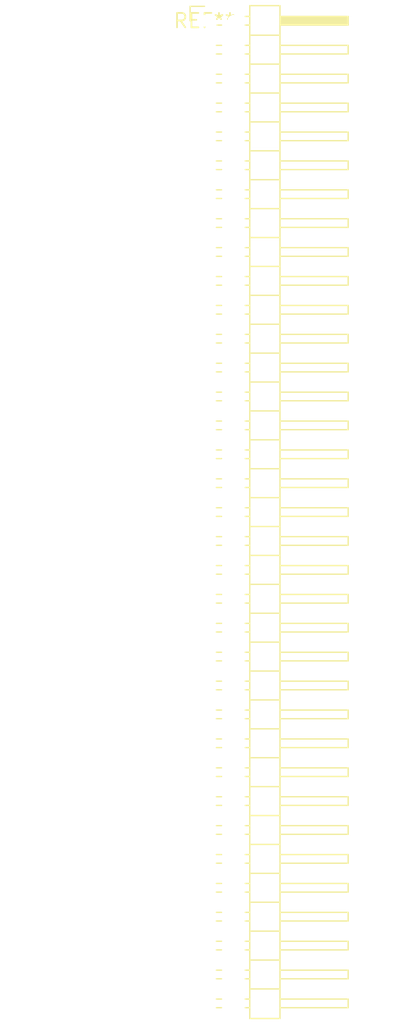
<source format=kicad_pcb>
(kicad_pcb (version 20240108) (generator pcbnew)
  (layers (0 "F.Cu" signal) (31 "B.Cu" signal) (34 "B.Paste" user) (35 "F.Paste" user) (36 "B.SilkS" user "B.Silkscreen") (37 "F.SilkS" user "F.Silkscreen") (38 "B.Mask" user) (39 "F.Mask" user) (44 "Edge.Cuts" user))
  (net 0 "")
  (footprint "PinHeader_2x35_P2.54mm_Horizontal" (layer "F.Cu") (at 0 0)
    (property "Reference" "REF**")
    (property "Value" "PinHeader_2x35_P2.54mm_Horizontal")
    (fp_line (start -1.27 -1.27) (end 0 -1.27) (layer "F.SilkS") (stroke (width 0.12)))
    (fp_line (start -1.27 0) (end -1.27 -1.27) (layer "F.SilkS") (stroke (width 0.12)))
    (fp_line (start 1.042929 2.16) (end 1.497071 2.16) (layer "F.SilkS") (stroke (width 0.12)))
    (fp_line (start 1.042929 2.92) (end 1.497071 2.92) (layer "F.SilkS") (stroke (width 0.12)))
    (fp_line (start 1.042929 4.7) (end 1.497071 4.7) (layer "F.SilkS") (stroke (width 0.12)))
    (fp_line (start 1.042929 5.46) (end 1.497071 5.46) (layer "F.SilkS") (stroke (width 0.12)))
    (fp_line (start 1.042929 7.24) (end 1.497071 7.24) (layer "F.SilkS") (stroke (width 0.12)))
    (fp_line (start 1.042929 8) (end 1.497071 8) (layer "F.SilkS") (stroke (width 0.12)))
    (fp_line (start 1.042929 9.78) (end 1.497071 9.78) (layer "F.SilkS") (stroke (width 0.12)))
    (fp_line (start 1.042929 10.54) (end 1.497071 10.54) (layer "F.SilkS") (stroke (width 0.12)))
    (fp_line (start 1.042929 12.32) (end 1.497071 12.32) (layer "F.SilkS") (stroke (width 0.12)))
    (fp_line (start 1.042929 13.08) (end 1.497071 13.08) (layer "F.SilkS") (stroke (width 0.12)))
    (fp_line (start 1.042929 14.86) (end 1.497071 14.86) (layer "F.SilkS") (stroke (width 0.12)))
    (fp_line (start 1.042929 15.62) (end 1.497071 15.62) (layer "F.SilkS") (stroke (width 0.12)))
    (fp_line (start 1.042929 17.4) (end 1.497071 17.4) (layer "F.SilkS") (stroke (width 0.12)))
    (fp_line (start 1.042929 18.16) (end 1.497071 18.16) (layer "F.SilkS") (stroke (width 0.12)))
    (fp_line (start 1.042929 19.94) (end 1.497071 19.94) (layer "F.SilkS") (stroke (width 0.12)))
    (fp_line (start 1.042929 20.7) (end 1.497071 20.7) (layer "F.SilkS") (stroke (width 0.12)))
    (fp_line (start 1.042929 22.48) (end 1.497071 22.48) (layer "F.SilkS") (stroke (width 0.12)))
    (fp_line (start 1.042929 23.24) (end 1.497071 23.24) (layer "F.SilkS") (stroke (width 0.12)))
    (fp_line (start 1.042929 25.02) (end 1.497071 25.02) (layer "F.SilkS") (stroke (width 0.12)))
    (fp_line (start 1.042929 25.78) (end 1.497071 25.78) (layer "F.SilkS") (stroke (width 0.12)))
    (fp_line (start 1.042929 27.56) (end 1.497071 27.56) (layer "F.SilkS") (stroke (width 0.12)))
    (fp_line (start 1.042929 28.32) (end 1.497071 28.32) (layer "F.SilkS") (stroke (width 0.12)))
    (fp_line (start 1.042929 30.1) (end 1.497071 30.1) (layer "F.SilkS") (stroke (width 0.12)))
    (fp_line (start 1.042929 30.86) (end 1.497071 30.86) (layer "F.SilkS") (stroke (width 0.12)))
    (fp_line (start 1.042929 32.64) (end 1.497071 32.64) (layer "F.SilkS") (stroke (width 0.12)))
    (fp_line (start 1.042929 33.4) (end 1.497071 33.4) (layer "F.SilkS") (stroke (width 0.12)))
    (fp_line (start 1.042929 35.18) (end 1.497071 35.18) (layer "F.SilkS") (stroke (width 0.12)))
    (fp_line (start 1.042929 35.94) (end 1.497071 35.94) (layer "F.SilkS") (stroke (width 0.12)))
    (fp_line (start 1.042929 37.72) (end 1.497071 37.72) (layer "F.SilkS") (stroke (width 0.12)))
    (fp_line (start 1.042929 38.48) (end 1.497071 38.48) (layer "F.SilkS") (stroke (width 0.12)))
    (fp_line (start 1.042929 40.26) (end 1.497071 40.26) (layer "F.SilkS") (stroke (width 0.12)))
    (fp_line (start 1.042929 41.02) (end 1.497071 41.02) (layer "F.SilkS") (stroke (width 0.12)))
    (fp_line (start 1.042929 42.8) (end 1.497071 42.8) (layer "F.SilkS") (stroke (width 0.12)))
    (fp_line (start 1.042929 43.56) (end 1.497071 43.56) (layer "F.SilkS") (stroke (width 0.12)))
    (fp_line (start 1.042929 45.34) (end 1.497071 45.34) (layer "F.SilkS") (stroke (width 0.12)))
    (fp_line (start 1.042929 46.1) (end 1.497071 46.1) (layer "F.SilkS") (stroke (width 0.12)))
    (fp_line (start 1.042929 47.88) (end 1.497071 47.88) (layer "F.SilkS") (stroke (width 0.12)))
    (fp_line (start 1.042929 48.64) (end 1.497071 48.64) (layer "F.SilkS") (stroke (width 0.12)))
    (fp_line (start 1.042929 50.42) (end 1.497071 50.42) (layer "F.SilkS") (stroke (width 0.12)))
    (fp_line (start 1.042929 51.18) (end 1.497071 51.18) (layer "F.SilkS") (stroke (width 0.12)))
    (fp_line (start 1.042929 52.96) (end 1.497071 52.96) (layer "F.SilkS") (stroke (width 0.12)))
    (fp_line (start 1.042929 53.72) (end 1.497071 53.72) (layer "F.SilkS") (stroke (width 0.12)))
    (fp_line (start 1.042929 55.5) (end 1.497071 55.5) (layer "F.SilkS") (stroke (width 0.12)))
    (fp_line (start 1.042929 56.26) (end 1.497071 56.26) (layer "F.SilkS") (stroke (width 0.12)))
    (fp_line (start 1.042929 58.04) (end 1.497071 58.04) (layer "F.SilkS") (stroke (width 0.12)))
    (fp_line (start 1.042929 58.8) (end 1.497071 58.8) (layer "F.SilkS") (stroke (width 0.12)))
    (fp_line (start 1.042929 60.58) (end 1.497071 60.58) (layer "F.SilkS") (stroke (width 0.12)))
    (fp_line (start 1.042929 61.34) (end 1.497071 61.34) (layer "F.SilkS") (stroke (width 0.12)))
    (fp_line (start 1.042929 63.12) (end 1.497071 63.12) (layer "F.SilkS") (stroke (width 0.12)))
    (fp_line (start 1.042929 63.88) (end 1.497071 63.88) (layer "F.SilkS") (stroke (width 0.12)))
    (fp_line (start 1.042929 65.66) (end 1.497071 65.66) (layer "F.SilkS") (stroke (width 0.12)))
    (fp_line (start 1.042929 66.42) (end 1.497071 66.42) (layer "F.SilkS") (stroke (width 0.12)))
    (fp_line (start 1.042929 68.2) (end 1.497071 68.2) (layer "F.SilkS") (stroke (width 0.12)))
    (fp_line (start 1.042929 68.96) (end 1.497071 68.96) (layer "F.SilkS") (stroke (width 0.12)))
    (fp_line (start 1.042929 70.74) (end 1.497071 70.74) (layer "F.SilkS") (stroke (width 0.12)))
    (fp_line (start 1.042929 71.5) (end 1.497071 71.5) (layer "F.SilkS") (stroke (width 0.12)))
    (fp_line (start 1.042929 73.28) (end 1.497071 73.28) (layer "F.SilkS") (stroke (width 0.12)))
    (fp_line (start 1.042929 74.04) (end 1.497071 74.04) (layer "F.SilkS") (stroke (width 0.12)))
    (fp_line (start 1.042929 75.82) (end 1.497071 75.82) (layer "F.SilkS") (stroke (width 0.12)))
    (fp_line (start 1.042929 76.58) (end 1.497071 76.58) (layer "F.SilkS") (stroke (width 0.12)))
    (fp_line (start 1.042929 78.36) (end 1.497071 78.36) (layer "F.SilkS") (stroke (width 0.12)))
    (fp_line (start 1.042929 79.12) (end 1.497071 79.12) (layer "F.SilkS") (stroke (width 0.12)))
    (fp_line (start 1.042929 80.9) (end 1.497071 80.9) (layer "F.SilkS") (stroke (width 0.12)))
    (fp_line (start 1.042929 81.66) (end 1.497071 81.66) (layer "F.SilkS") (stroke (width 0.12)))
    (fp_line (start 1.042929 83.44) (end 1.497071 83.44) (layer "F.SilkS") (stroke (width 0.12)))
    (fp_line (start 1.042929 84.2) (end 1.497071 84.2) (layer "F.SilkS") (stroke (width 0.12)))
    (fp_line (start 1.042929 85.98) (end 1.497071 85.98) (layer "F.SilkS") (stroke (width 0.12)))
    (fp_line (start 1.042929 86.74) (end 1.497071 86.74) (layer "F.SilkS") (stroke (width 0.12)))
    (fp_line (start 1.11 -0.38) (end 1.497071 -0.38) (layer "F.SilkS") (stroke (width 0.12)))
    (fp_line (start 1.11 0.38) (end 1.497071 0.38) (layer "F.SilkS") (stroke (width 0.12)))
    (fp_line (start 3.582929 -0.38) (end 3.98 -0.38) (layer "F.SilkS") (stroke (width 0.12)))
    (fp_line (start 3.582929 0.38) (end 3.98 0.38) (layer "F.SilkS") (stroke (width 0.12)))
    (fp_line (start 3.582929 2.16) (end 3.98 2.16) (layer "F.SilkS") (stroke (width 0.12)))
    (fp_line (start 3.582929 2.92) (end 3.98 2.92) (layer "F.SilkS") (stroke (width 0.12)))
    (fp_line (start 3.582929 4.7) (end 3.98 4.7) (layer "F.SilkS") (stroke (width 0.12)))
    (fp_line (start 3.582929 5.46) (end 3.98 5.46) (layer "F.SilkS") (stroke (width 0.12)))
    (fp_line (start 3.582929 7.24) (end 3.98 7.24) (layer "F.SilkS") (stroke (width 0.12)))
    (fp_line (start 3.582929 8) (end 3.98 8) (layer "F.SilkS") (stroke (width 0.12)))
    (fp_line (start 3.582929 9.78) (end 3.98 9.78) (layer "F.SilkS") (stroke (width 0.12)))
    (fp_line (start 3.582929 10.54) (end 3.98 10.54) (layer "F.SilkS") (stroke (width 0.12)))
    (fp_line (start 3.582929 12.32) (end 3.98 12.32) (layer "F.SilkS") (stroke (width 0.12)))
    (fp_line (start 3.582929 13.08) (end 3.98 13.08) (layer "F.SilkS") (stroke (width 0.12)))
    (fp_line (start 3.582929 14.86) (end 3.98 14.86) (layer "F.SilkS") (stroke (width 0.12)))
    (fp_line (start 3.582929 15.62) (end 3.98 15.62) (layer "F.SilkS") (stroke (width 0.12)))
    (fp_line (start 3.582929 17.4) (end 3.98 17.4) (layer "F.SilkS") (stroke (width 0.12)))
    (fp_line (start 3.582929 18.16) (end 3.98 18.16) (layer "F.SilkS") (stroke (width 0.12)))
    (fp_line (start 3.582929 19.94) (end 3.98 19.94) (layer "F.SilkS") (stroke (width 0.12)))
    (fp_line (start 3.582929 20.7) (end 3.98 20.7) (layer "F.SilkS") (stroke (width 0.12)))
    (fp_line (start 3.582929 22.48) (end 3.98 22.48) (layer "F.SilkS") (stroke (width 0.12)))
    (fp_line (start 3.582929 23.24) (end 3.98 23.24) (layer "F.SilkS") (stroke (width 0.12)))
    (fp_line (start 3.582929 25.02) (end 3.98 25.02) (layer "F.SilkS") (stroke (width 0.12)))
    (fp_line (start 3.582929 25.78) (end 3.98 25.78) (layer "F.SilkS") (stroke (width 0.12)))
    (fp_line (start 3.582929 27.56) (end 3.98 27.56) (layer "F.SilkS") (stroke (width 0.12)))
    (fp_line (start 3.582929 28.32) (end 3.98 28.32) (layer "F.SilkS") (stroke (width 0.12)))
    (fp_line (start 3.582929 30.1) (end 3.98 30.1) (layer "F.SilkS") (stroke (width 0.12)))
    (fp_line (start 3.582929 30.86) (end 3.98 30.86) (layer "F.SilkS") (stroke (width 0.12)))
    (fp_line (start 3.582929 32.64) (end 3.98 32.64) (layer "F.SilkS") (stroke (width 0.12)))
    (fp_line (start 3.582929 33.4) (end 3.98 33.4) (layer "F.SilkS") (stroke (width 0.12)))
    (fp_line (start 3.582929 35.18) (end 3.98 35.18) (layer "F.SilkS") (stroke (width 0.12)))
    (fp_line (start 3.582929 35.94) (end 3.98 35.94) (layer "F.SilkS") (stroke (width 0.12)))
    (fp_line (start 3.582929 37.72) (end 3.98 37.72) (layer "F.SilkS") (stroke (width 0.12)))
    (fp_line (start 3.582929 38.48) (end 3.98 38.48) (layer "F.SilkS") (stroke (width 0.12)))
    (fp_line (start 3.582929 40.26) (end 3.98 40.26) (layer "F.SilkS") (stroke (width 0.12)))
    (fp_line (start 3.582929 41.02) (end 3.98 41.02) (layer "F.SilkS") (stroke (width 0.12)))
    (fp_line (start 3.582929 42.8) (end 3.98 42.8) (layer "F.SilkS") (stroke (width 0.12)))
    (fp_line (start 3.582929 43.56) (end 3.98 43.56) (layer "F.SilkS") (stroke (width 0.12)))
    (fp_line (start 3.582929 45.34) (end 3.98 45.34) (layer "F.SilkS") (stroke (width 0.12)))
    (fp_line (start 3.582929 46.1) (end 3.98 46.1) (layer "F.SilkS") (stroke (width 0.12)))
    (fp_line (start 3.582929 47.88) (end 3.98 47.88) (layer "F.SilkS") (stroke (width 0.12)))
    (fp_line (start 3.582929 48.64) (end 3.98 48.64) (layer "F.SilkS") (stroke (width 0.12)))
    (fp_line (start 3.582929 50.42) (end 3.98 50.42) (layer "F.SilkS") (stroke (width 0.12)))
    (fp_line (start 3.582929 51.18) (end 3.98 51.18) (layer "F.SilkS") (stroke (width 0.12)))
    (fp_line (start 3.582929 52.96) (end 3.98 52.96) (layer "F.SilkS") (stroke (width 0.12)))
    (fp_line (start 3.582929 53.72) (end 3.98 53.72) (layer "F.SilkS") (stroke (width 0.12)))
    (fp_line (start 3.582929 55.5) (end 3.98 55.5) (layer "F.SilkS") (stroke (width 0.12)))
    (fp_line (start 3.582929 56.26) (end 3.98 56.26) (layer "F.SilkS") (stroke (width 0.12)))
    (fp_line (start 3.582929 58.04) (end 3.98 58.04) (layer "F.SilkS") (stroke (width 0.12)))
    (fp_line (start 3.582929 58.8) (end 3.98 58.8) (layer "F.SilkS") (stroke (width 0.12)))
    (fp_line (start 3.582929 60.58) (end 3.98 60.58) (layer "F.SilkS") (stroke (width 0.12)))
    (fp_line (start 3.582929 61.34) (end 3.98 61.34) (layer "F.SilkS") (stroke (width 0.12)))
    (fp_line (start 3.582929 63.12) (end 3.98 63.12) (layer "F.SilkS") (stroke (width 0.12)))
    (fp_line (start 3.582929 63.88) (end 3.98 63.88) (layer "F.SilkS") (stroke (width 0.12)))
    (fp_line (start 3.582929 65.66) (end 3.98 65.66) (layer "F.SilkS") (stroke (width 0.12)))
    (fp_line (start 3.582929 66.42) (end 3.98 66.42) (layer "F.SilkS") (stroke (width 0.12)))
    (fp_line (start 3.582929 68.2) (end 3.98 68.2) (layer "F.SilkS") (stroke (width 0.12)))
    (fp_line (start 3.582929 68.96) (end 3.98 68.96) (layer "F.SilkS") (stroke (width 0.12)))
    (fp_line (start 3.582929 70.74) (end 3.98 70.74) (layer "F.SilkS") (stroke (width 0.12)))
    (fp_line (start 3.582929 71.5) (end 3.98 71.5) (layer "F.SilkS") (stroke (width 0.12)))
    (fp_line (start 3.582929 73.28) (end 3.98 73.28) (layer "F.SilkS") (stroke (width 0.12)))
    (fp_line (start 3.582929 74.04) (end 3.98 74.04) (layer "F.SilkS") (stroke (width 0.12)))
    (fp_line (start 3.582929 75.82) (end 3.98 75.82) (layer "F.SilkS") (stroke (width 0.12)))
    (fp_line (start 3.582929 76.58) (end 3.98 76.58) (layer "F.SilkS") (stroke (width 0.12)))
    (fp_line (start 3.582929 78.36) (end 3.98 78.36) (layer "F.SilkS") (stroke (width 0.12)))
    (fp_line (start 3.582929 79.12) (end 3.98 79.12) (layer "F.SilkS") (stroke (width 0.12)))
    (fp_line (start 3.582929 80.9) (end 3.98 80.9) (layer "F.SilkS") (stroke (width 0.12)))
    (fp_line (start 3.582929 81.66) (end 3.98 81.66) (layer "F.SilkS") (stroke (width 0.12)))
    (fp_line (start 3.582929 83.44) (end 3.98 83.44) (layer "F.SilkS") (stroke (width 0.12)))
    (fp_line (start 3.582929 84.2) (end 3.98 84.2) (layer "F.SilkS") (stroke (width 0.12)))
    (fp_line (start 3.582929 85.98) (end 3.98 85.98) (layer "F.SilkS") (stroke (width 0.12)))
    (fp_line (start 3.582929 86.74) (end 3.98 86.74) (layer "F.SilkS") (stroke (width 0.12)))
    (fp_line (start 3.98 -1.33) (end 3.98 87.69) (layer "F.SilkS") (stroke (width 0.12)))
    (fp_line (start 3.98 1.27) (end 6.64 1.27) (layer "F.SilkS") (stroke (width 0.12)))
    (fp_line (start 3.98 3.81) (end 6.64 3.81) (layer "F.SilkS") (stroke (width 0.12)))
    (fp_line (start 3.98 6.35) (end 6.64 6.35) (layer "F.SilkS") (stroke (width 0.12)))
    (fp_line (start 3.98 8.89) (end 6.64 8.89) (layer "F.SilkS") (stroke (width 0.12)))
    (fp_line (start 3.98 11.43) (end 6.64 11.43) (layer "F.SilkS") (stroke (width 0.12)))
    (fp_line (start 3.98 13.97) (end 6.64 13.97) (layer "F.SilkS") (stroke (width 0.12)))
    (fp_line (start 3.98 16.51) (end 6.64 16.51) (layer "F.SilkS") (stroke (width 0.12)))
    (fp_line (start 3.98 19.05) (end 6.64 19.05) (layer "F.SilkS") (stroke (width 0.12)))
    (fp_line (start 3.98 21.59) (end 6.64 21.59) (layer "F.SilkS") (stroke (width 0.12)))
    (fp_line (start 3.98 24.13) (end 6.64 24.13) (layer "F.SilkS") (stroke (width 0.12)))
    (fp_line (start 3.98 26.67) (end 6.64 26.67) (layer "F.SilkS") (stroke (width 0.12)))
    (fp_line (start 3.98 29.21) (end 6.64 29.21) (layer "F.SilkS") (stroke (width 0.12)))
    (fp_line (start 3.98 31.75) (end 6.64 31.75) (layer "F.SilkS") (stroke (width 0.12)))
    (fp_line (start 3.98 34.29) (end 6.64 34.29) (layer "F.SilkS") (stroke (width 0.12)))
    (fp_line (start 3.98 36.83) (end 6.64 36.83) (layer "F.SilkS") (stroke (width 0.12)))
    (fp_line (start 3.98 39.37) (end 6.64 39.37) (layer "F.SilkS") (stroke (width 0.12)))
    (fp_line (start 3.98 41.91) (end 6.64 41.91) (layer "F.SilkS") (stroke (width 0.12)))
    (fp_line (start 3.98 44.45) (end 6.64 44.45) (layer "F.SilkS") (stroke (width 0.12)))
    (fp_line (start 3.98 46.99) (end 6.64 46.99) (layer "F.SilkS") (stroke (width 0.12)))
    (fp_line (start 3.98 49.53) (end 6.64 49.53) (layer "F.SilkS") (stroke (width 0.12)))
    (fp_line (start 3.98 52.07) (end 6.64 52.07) (layer "F.SilkS") (stroke (width 0.12)))
    (fp_line (start 3.98 54.61) (end 6.64 54.61) (layer "F.SilkS") (stroke (width 0.12)))
    (fp_line (start 3.98 57.15) (end 6.64 57.15) (layer "F.SilkS") (stroke (width 0.12)))
    (fp_line (start 3.98 59.69) (end 6.64 59.69) (layer "F.SilkS") (stroke (width 0.12)))
    (fp_line (start 3.98 62.23) (end 6.64 62.23) (layer "F.SilkS") (stroke (width 0.12)))
    (fp_line (start 3.98 64.77) (end 6.64 64.77) (layer "F.SilkS") (stroke (width 0.12)))
    (fp_line (start 3.98 67.31) (end 6.64 67.31) (layer "F.SilkS") (stroke (width 0.12)))
    (fp_line (start 3.98 69.85) (end 6.64 69.85) (layer "F.SilkS") (stroke (width 0.12)))
    (fp_line (start 3.98 72.39) (end 6.64 72.39) (layer "F.SilkS") (stroke (width 0.12)))
    (fp_line (start 3.98 74.93) (end 6.64 74.93) (layer "F.SilkS") (stroke (width 0.12)))
    (fp_line (start 3.98 77.47) (end 6.64 77.47) (layer "F.SilkS") (stroke (width 0.12)))
    (fp_line (start 3.98 80.01) (end 6.64 80.01) (layer "F.SilkS") (stroke (width 0.12)))
    (fp_line (start 3.98 82.55) (end 6.64 82.55) (layer "F.SilkS") (stroke (width 0.12)))
    (fp_line (start 3.98 85.09) (end 6.64 85.09) (layer "F.SilkS") (stroke (width 0.12)))
    (fp_line (start 3.98 87.69) (end 6.64 87.69) (layer "F.SilkS") (stroke (width 0.12)))
    (fp_line (start 6.64 -1.33) (end 3.98 -1.33) (layer "F.SilkS") (stroke (width 0.12)))
    (fp_line (start 6.64 -0.38) (end 12.64 -0.38) (layer "F.SilkS") (stroke (width 0.12)))
    (fp_line (start 6.64 -0.32) (end 12.64 -0.32) (layer "F.SilkS") (stroke (width 0.12)))
    (fp_line (start 6.64 -0.2) (end 12.64 -0.2) (layer "F.SilkS") (stroke (width 0.12)))
    (fp_line (start 6.64 -0.08) (end 12.64 -0.08) (layer "F.SilkS") (stroke (width 0.12)))
    (fp_line (start 6.64 0.04) (end 12.64 0.04) (layer "F.SilkS") (stroke (width 0.12)))
    (fp_line (start 6.64 0.16) (end 12.64 0.16) (layer "F.SilkS") (stroke (width 0.12)))
    (fp_line (start 6.64 0.28) (end 12.64 0.28) (layer "F.SilkS") (stroke (width 0.12)))
    (fp_line (start 6.64 2.16) (end 12.64 2.16) (layer "F.SilkS") (stroke (width 0.12)))
    (fp_line (start 6.64 4.7) (end 12.64 4.7) (layer "F.SilkS") (stroke (width 0.12)))
    (fp_line (start 6.64 7.24) (end 12.64 7.24) (layer "F.SilkS") (stroke (width 0.12)))
    (fp_line (start 6.64 9.78) (end 12.64 9.78) (layer "F.SilkS") (stroke (width 0.12)))
    (fp_line (start 6.64 12.32) (end 12.64 12.32) (layer "F.SilkS") (stroke (width 0.12)))
    (fp_line (start 6.64 14.86) (end 12.64 14.86) (layer "F.SilkS") (stroke (width 0.12)))
    (fp_line (start 6.64 17.4) (end 12.64 17.4) (layer "F.SilkS") (stroke (width 0.12)))
    (fp_line (start 6.64 19.94) (end 12.64 19.94) (layer "F.SilkS") (stroke (width 0.12)))
    (fp_line (start 6.64 22.48) (end 12.64 22.48) (layer "F.SilkS") (stroke (width 0.12)))
    (fp_line (start 6.64 25.02) (end 12.64 25.02) (layer "F.SilkS") (stroke (width 0.12)))
    (fp_line (start 6.64 27.56) (end 12.64 27.56) (layer "F.SilkS") (stroke (width 0.12)))
    (fp_line (start 6.64 30.1) (end 12.64 30.1) (layer "F.SilkS") (stroke (width 0.12)))
    (fp_line (start 6.64 32.64) (end 12.64 32.64) (layer "F.SilkS") (stroke (width 0.12)))
    (fp_line (start 6.64 35.18) (end 12.64 35.18) (layer "F.SilkS") (stroke (width 0.12)))
    (fp_line (start 6.64 37.72) (end 12.64 37.72) (layer "F.SilkS") (stroke (width 0.12)))
    (fp_line (start 6.64 40.26) (end 12.64 40.26) (layer "F.SilkS") (stroke (width 0.12)))
    (fp_line (start 6.64 42.8) (end 12.64 42.8) (layer "F.SilkS") (stroke (width 0.12)))
    (fp_line (start 6.64 45.34) (end 12.64 45.34) (layer "F.SilkS") (stroke (width 0.12)))
    (fp_line (start 6.64 47.88) (end 12.64 47.88) (layer "F.SilkS") (stroke (width 0.12)))
    (fp_line (start 6.64 50.42) (end 12.64 50.42) (layer "F.SilkS") (stroke (width 0.12)))
    (fp_line (start 6.64 52.96) (end 12.64 52.96) (layer "F.SilkS") (stroke (width 0.12)))
    (fp_line (start 6.64 55.5) (end 12.64 55.5) (layer "F.SilkS") (stroke (width 0.12)))
    (fp_line (start 6.64 58.04) (end 12.64 58.04) (layer "F.SilkS") (stroke (width 0.12)))
    (fp_line (start 6.64 60.58) (end 12.64 60.58) (layer "F.SilkS") (stroke (width 0.12)))
    (fp_line (start 6.64 63.12) (end 12.64 63.12) (layer "F.SilkS") (stroke (width 0.12)))
    (fp_line (start 6.64 65.66) (end 12.64 65.66) (layer "F.SilkS") (stroke (width 0.12)))
    (fp_line (start 6.64 68.2) (end 12.64 68.2) (layer "F.SilkS") (stroke (width 0.12)))
    (fp_line (start 6.64 70.74) (end 12.64 70.74) (layer "F.SilkS") (stroke (width 0.12)))
    (fp_line (start 6.64 73.28) (end 12.64 73.28) (layer "F.SilkS") (stroke (width 0.12)))
    (fp_line (start 6.64 75.82) (end 12.64 75.82) (layer "F.SilkS") (stroke (width 0.12)))
    (fp_line (start 6.64 78.36) (end 12.64 78.36) (layer "F.SilkS") (stroke (width 0.12)))
    (fp_line (start 6.64 80.9) (end 12.64 80.9) (layer "F.SilkS") (stroke (width 0.12)))
    (fp_line (start 6.64 83.44) (end 12.64 83.44) (layer "F.SilkS") (stroke (width 0.12)))
    (fp_line (start 6.64 85.98) (end 12.64 85.98) (layer "F.SilkS") (stroke (width 0.12)))
    (fp_line (start 6.64 87.69) (end 6.64 -1.33) (layer "F.SilkS") (stroke (width 0.12)))
    (fp_line (start 12.64 -0.38) (end 12.64 0.38) (layer "F.SilkS") (stroke (width 0.12)))
    (fp_line (start 12.64 0.38) (end 6.64 0.38) (layer "F.SilkS") (stroke (width 0.12)))
    (fp_line (start 12.64 2.16) (end 12.64 2.92) (layer "F.SilkS") (stroke (width 0.12)))
    (fp_line (start 12.64 2.92) (end 6.64 2.92) (layer "F.SilkS") (stroke (width 0.12)))
    (fp_line (start 12.64 4.7) (end 12.64 5.46) (layer "F.SilkS") (stroke (width 0.12)))
    (fp_line (start 12.64 5.46) (end 6.64 5.46) (layer "F.SilkS") (stroke (width 0.12)))
    (fp_line (start 12.64 7.24) (end 12.64 8) (layer "F.SilkS") (stroke (width 0.12)))
    (fp_line (start 12.64 8) (end 6.64 8) (layer "F.SilkS") (stroke (width 0.12)))
    (fp_line (start 12.64 9.78) (end 12.64 10.54) (layer "F.SilkS") (stroke (width 0.12)))
    (fp_line (start 12.64 10.54) (end 6.64 10.54) (layer "F.SilkS") (stroke (width 0.12)))
    (fp_line (start 12.64 12.32) (end 12.64 13.08) (layer "F.SilkS") (stroke (width 0.12)))
    (fp_line (start 12.64 13.08) (end 6.64 13.08) (layer "F.SilkS") (stroke (width 0.12)))
    (fp_line (start 12.64 14.86) (end 12.64 15.62) (layer "F.SilkS") (stroke (width 0.12)))
    (fp_line (start 12.64 15.62) (end 6.64 15.62) (layer "F.SilkS") (stroke (width 0.12)))
    (fp_line (start 12.64 17.4) (end 12.64 18.16) (layer "F.SilkS") (stroke (width 0.12)))
    (fp_line (start 12.64 18.16) (end 6.64 18.16) (layer "F.SilkS") (stroke (width 0.12)))
    (fp_line (start 12.64 19.94) (end 12.64 20.7) (layer "F.SilkS") (stroke (width 0.12)))
    (fp_line (start 12.64 20.7) (end 6.64 20.7) (layer "F.SilkS") (stroke (width 0.12)))
    (fp_line (start 12.64 22.48) (end 12.64 23.24) (layer "F.SilkS") (stroke (width 0.12)))
    (fp_line (start 12.64 23.24) (end 6.64 23.24) (layer "F.SilkS") (stroke (width 0.12)))
    (fp_line (start 12.64 25.02) (end 12.64 25.78) (layer "F.SilkS") (stroke (width 0.12)))
    (fp_line (start 12.64 25.78) (end 6.64 25.78) (layer "F.SilkS") (stroke (width 0.12)))
    (fp_line (start 12.64 27.56) (end 12.64 28.32) (layer "F.SilkS") (stroke (width 0.12)))
    (fp_line (start 12.64 28.32) (end 6.64 28.32) (layer "F.SilkS") (stroke (width 0.12)))
    (fp_line (start 12.64 30.1) (end 12.64 30.86) (layer "F.SilkS") (stroke (width 0.12)))
    (fp_line (start 12.64 30.86) (end 6.64 30.86) (layer "F.SilkS") (stroke (width 0.12)))
    (fp_line (start 12.64 32.64) (end 12.64 33.4) (layer "F.SilkS") (stroke (width 0.12)))
    (fp_line (start 12.64 33.4) (end 6.64 33.4) (layer "F.SilkS") (stroke (width 0.12)))
    (fp_line (start 12.64 35.18) (end 12.64 35.94) (layer "F.SilkS") (stroke (width 0.12)))
    (fp_line (start 12.64 35.94) (end 6.64 35.94) (layer "F.SilkS") (stroke (width 0.12)))
    (fp_line (start 12.64 37.72) (end 12.64 38.48) (layer "F.SilkS") (stroke (width 0.12)))
    (fp_line (start 12.64 38.48) (end 6.64 38.48) (layer "F.SilkS") (stroke (width 0.12)))
    (fp_line (start 12.64 40.26) (end 12.64 41.02) (layer "F.SilkS") (stroke (width 0.12)))
    (fp_line (start 12.64 41.02) (end 6.64 41.02) (layer "F.SilkS") (stroke (width 0.12)))
    (fp_line (start 12.64 42.8) (end 12.64 43.56) (layer "F.SilkS") (stroke (width 0.12)))
    (fp_line (start 12.64 43.56) (end 6.64 43.56) (layer "F.SilkS") (stroke (width 0.12)))
    (fp_line (start 12.64 45.34) (end 12.64 46.1) (layer "F.SilkS") (stroke (width 0.12)))
    (fp_line (start 12.64 46.1) (end 6.64 46.1) (layer "F.SilkS") (stroke (width 0.12)))
    (fp_line (start 12.64 47.88) (end 12.64 48.64) (layer "F.SilkS") (stroke (width 0.12)))
    (fp_line (start 12.64 48.64) (end 6.64 48.64) (layer "F.SilkS") (stroke (width 0.12)))
    (fp_line (start 12.64 50.42) (end 12.64 51.18) (layer "F.SilkS") (stroke (width 0.12)))
    (fp_line (start 12.64 51.18) (end 6.64 51.18) (layer "F.SilkS") (stroke (width 0.12)))
    (fp_line (start 12.64 52.96) (end 12.64 53.72) (layer "F.SilkS") (stroke (width 0.12)))
    (fp_line (start 12.64 53.72) (end 6.64 53.72) (layer "F.SilkS") (stroke (width 0.12)))
    (fp_line (start 12.64 55.5) (end 12.64 56.26) (layer "F.SilkS") (stroke (width 0.12)))
    (fp_line (start 12.64 56.26) (end 6.64 56.26) (layer "F.SilkS") (stroke (width 0.12)))
    (fp_line (start 12.64 58.04) (end 12.64 58.8) (layer "F.SilkS") (stroke (width 0.12)))
    (fp_line (start 12.64 58.8) (end 6.64 58.8) (layer "F.SilkS") (stroke (width 0.12)))
    (fp_line (start 12.64 60.58) (end 12.64 61.34) (layer "F.SilkS") (stroke (width 0.12)))
    (fp_line (start 12.64 61.34) (end 6.64 61.34) (layer "F.SilkS") (stroke (width 0.12)))
    (fp_line (start 12.64 63.12) (end 12.64 63.88) (layer "F.SilkS") (stroke (width 0.12)))
    (fp_line (start 12.64 63.88) (end 6.64 63.88) (layer "F.SilkS") (stroke (width 0.12)))
    (fp_line (start 12.64 65.66) (end 12.64 66.42) (layer "F.SilkS") (stroke (width 0.12)))
    (fp_line (start 12.64 66.42) (end 6.64 66.42) (layer "F.SilkS") (stroke (width 0.12)))
    (fp_line (start 12.64 68.2) (end 12.64 68.96) (layer "F.SilkS") (stroke (width 0.12)))
    (fp_line (start 12.64 68.96) (end 6.64 68.96) (layer "F.SilkS") (stroke (width 0.12)))
    (fp_line (start 12.64 70.74) (end 12.64 71.5) (layer "F.SilkS") (stroke (width 0.12)))
    (fp_line (start 12.64 71.5) (end 6.64 71.5) (layer "F.SilkS") (stroke (width 0.12)))
    (fp_line (start 12.64 73.28) (end 12.64 74.04) (layer "F.SilkS") (stroke (width 0.12)))
    (fp_line (start 12.64 74.04) (end 6.64 74.04) (layer "F.SilkS") (stroke (width 0.12)))
    (fp_line (start 12.64 75.82) (end 12.64 76.58) (layer "F.SilkS") (stroke (width 0.12)))
    (fp_line (start 12.64 76.58) (end 6.64 76.58) (layer "F.SilkS") (stroke (width 0.12)))
    (fp_line (start 12.64 78.36) (end 12.64 79.12) (layer "F.SilkS") (stroke (width 0.12)))
    (fp_line (start 12.64 79.12) (end 6.64 79.12) (layer "F.SilkS") (stroke (width 0.12)))
    (fp_line (start 12.64 80.9) (end 12.64 81.66) (layer "F.SilkS") (stroke (width 0.12)))
    (fp_line (start 12.64 81.66) (end 6.64 81.66) (layer "F.SilkS") (stroke (width 0.12)))
    (fp_line (start 12.64 83.44) (end 12.64 84.2) (layer "F.SilkS") (stroke (width 0.12)))
    (fp_line (start 12.64 84.2) (end 6.64 84.2) (layer "F.SilkS") (stroke (width 0.12)))
    (fp_line (start 12.64 85.98) (end 12.64 86.74) (layer "F.SilkS") (stroke (width 0.12)))
    (fp_line (start 12.64 86.74) (end 6.64 86.74) (layer "F.SilkS") (stroke (width 0.12)))
    (pad "1" thru_hole rect (at 0 0) (size 1.7 1.7) (drill 1) (layers *.Cu *.Mask) (remove_unused_layers))
    (pad "2" thru_hole oval (at 2.54 0) (size 1.7 1.7) (drill 1) (layers *.Cu *.Mask) (remove_unused_layers))
    (pad "3" thru_hole oval (at 0 2.54) (size 1.7 1.7) (drill 1) (layers *.Cu *.Mask) (remove_unused_layers))
    (pad "4" thru_hole oval (at 2.54 2.54) (size 1.7 1.7) (drill 1) (layers *.Cu *.Mask) (remove_unused_layers))
    (pad "5" thru_hole oval (at 0 5.08) (size 1.7 1.7) (drill 1) (layers *.Cu *.Mask) (remove_unused_layers))
    (pad "6" thru_hole oval (at 2.54 5.08) (size 1.7 1.7) (drill 1) (layers *.Cu *.Mask) (remove_unused_layers))
    (pad "7" thru_hole oval (at 0 7.62) (size 1.7 1.7) (drill 1) (layers *.Cu *.Mask) (remove_unused_layers))
    (pad "8" thru_hole oval (at 2.54 7.62) (size 1.7 1.7) (drill 1) (layers *.Cu *.Mask) (remove_unused_layers))
    (pad "9" thru_hole oval (at 0 10.16) (size 1.7 1.7) (drill 1) (layers *.Cu *.Mask) (remove_unused_layers))
    (pad "10" thru_hole oval (at 2.54 10.16) (size 1.7 1.7) (drill 1) (layers *.Cu *.Mask) (remove_unused_layers))
    (pad "11" thru_hole oval (at 0 12.7) (size 1.7 1.7) (drill 1) (layers *.Cu *.Mask) (remove_unused_layers))
    (pad "12" thru_hole oval (at 2.54 12.7) (size 1.7 1.7) (drill 1) (layers *.Cu *.Mask) (remove_unused_layers))
    (pad "13" thru_hole oval (at 0 15.24) (size 1.7 1.7) (drill 1) (layers *.Cu *.Mask) (remove_unused_layers))
    (pad "14" thru_hole oval (at 2.54 15.24) (size 1.7 1.7) (drill 1) (layers *.Cu *.Mask) (remove_unused_layers))
    (pad "15" thru_hole oval (at 0 17.78) (size 1.7 1.7) (drill 1) (layers *.Cu *.Mask) (remove_unused_layers))
    (pad "16" thru_hole oval (at 2.54 17.78) (size 1.7 1.7) (drill 1) (layers *.Cu *.Mask) (remove_unused_layers))
    (pad "17" thru_hole oval (at 0 20.32) (size 1.7 1.7) (drill 1) (layers *.Cu *.Mask) (remove_unused_layers))
    (pad "18" thru_hole oval (at 2.54 20.32) (size 1.7 1.7) (drill 1) (layers *.Cu *.Mask) (remove_unused_layers))
    (pad "19" thru_hole oval (at 0 22.86) (size 1.7 1.7) (drill 1) (layers *.Cu *.Mask) (remove_unused_layers))
    (pad "20" thru_hole oval (at 2.54 22.86) (size 1.7 1.7) (drill 1) (layers *.Cu *.Mask) (remove_unused_layers))
    (pad "21" thru_hole oval (at 0 25.4) (size 1.7 1.7) (drill 1) (layers *.Cu *.Mask) (remove_unused_layers))
    (pad "22" thru_hole oval (at 2.54 25.4) (size 1.7 1.7) (drill 1) (layers *.Cu *.Mask) (remove_unused_layers))
    (pad "23" thru_hole oval (at 0 27.94) (size 1.7 1.7) (drill 1) (layers *.Cu *.Mask) (remove_unused_layers))
    (pad "24" thru_hole oval (at 2.54 27.94) (size 1.7 1.7) (drill 1) (layers *.Cu *.Mask) (remove_unused_layers))
    (pad "25" thru_hole oval (at 0 30.48) (size 1.7 1.7) (drill 1) (layers *.Cu *.Mask) (remove_unused_layers))
    (pad "26" thru_hole oval (at 2.54 30.48) (size 1.7 1.7) (drill 1) (layers *.Cu *.Mask) (remove_unused_layers))
    (pad "27" thru_hole oval (at 0 33.02) (size 1.7 1.7) (drill 1) (layers *.Cu *.Mask) (remove_unused_layers))
    (pad "28" thru_hole oval (at 2.54 33.02) (size 1.7 1.7) (drill 1) (layers *.Cu *.Mask) (remove_unused_layers))
    (pad "29" thru_hole oval (at 0 35.56) (size 1.7 1.7) (drill 1) (layers *.Cu *.Mask) (remove_unused_layers))
    (pad "30" thru_hole oval (at 2.54 35.56) (size 1.7 1.7) (drill 1) (layers *.Cu *.Mask) (remove_unused_layers))
    (pad "31" thru_hole oval (at 0 38.1) (size 1.7 1.7) (drill 1) (layers *.Cu *.Mask) (remove_unused_layers))
    (pad "32" thru_hole oval (at 2.54 38.1) (size 1.7 1.7) (drill 1) (layers *.Cu *.Mask) (remove_unused_layers))
    (pad "33" thru_hole oval (at 0 40.64) (size 1.7 1.7) (drill 1) (layers *.Cu *.Mask) (remove_unused_layers))
    (pad "34" thru_hole oval (at 2.54 40.64) (size 1.7 1.7) (drill 1) (layers *.Cu *.Mask) (remove_unused_layers))
    (pad "35" thru_hole oval (at 0 43.18) (size 1.7 1.7) (drill 1) (layers *.Cu *.Mask) (remove_unused_layers))
    (pad "36" thru_hole oval (at 2.54 43.18) (size 1.7 1.7) (drill 1) (layers *.Cu *.Mask) (remove_unused_layers))
    (pad "37" thru_hole oval (at 0 45.72) (size 1.7 1.7) (drill 1) (layers *.Cu *.Mask) (remove_unused_layers))
    (pad "38" thru_hole oval (at 2.54 45.72) (size 1.7 1.7) (drill 1) (layers *.Cu *.Mask) (remove_unused_layers))
    (pad "39" thru_hole oval (at 0 48.26) (size 1.7 1.7) (drill 1) (layers *.Cu *.Mask) (remove_unused_layers))
    (pad "40" thru_hole oval (at 2.54 48.26) (size 1.7 1.7) (drill 1) (layers *.Cu *.Mask) (remove_unused_layers))
    (pad "41" thru_hole oval (at 0 50.8) (size 1.7 1.7) (drill 1) (layers *.Cu *.Mask) (remove_unused_layers))
    (pad "42" thru_hole oval (at 2.54 50.8) (size 1.7 1.7) (drill 1) (layers *.Cu *.Mask) (remove_unused_layers))
    (pad "43" thru_hole oval (at 0 53.34) (size 1.7 1.7) (drill 1) (layers *.Cu *.Mask) (remove_unused_layers))
    (pad "44" thru_hole oval (at 2.54 53.34) (size 1.7 1.7) (drill 1) (layers *.Cu *.Mask) (remove_unused_layers))
    (pad "45" thru_hole oval (at 0 55.88) (size 1.7 1.7) (drill 1) (layers *.Cu *.Mask) (remove_unused_layers))
    (pad "46" thru_hole oval (at 2.54 55.88) (size 1.7 1.7) (drill 1) (layers *.Cu *.Mask) (remove_unused_layers))
    (pad "47" thru_hole oval (at 0 58.42) (size 1.7 1.7) (drill 1) (layers *.Cu *.Mask) (remove_unused_layers))
    (pad "48" thru_hole oval (at 2.54 58.42) (size 1.7 1.7) (drill 1) (layers *.Cu *.Mask) (remove_unused_layers))
    (pad "49" thru_hole oval (at 0 60.96) (size 1.7 1.7) (drill 1) (layers *.Cu *.Mask) (remove_unused_layers))
    (pad "50" thru_hole oval (at 2.54 60.96) (size 1.7 1.7) (drill 1) (layers *.Cu *.Mask) (remove_unused_layers))
    (pad "51" thru_hole oval (at 0 63.5) (size 1.7 1.7) (drill 1) (layers *.Cu *.Mask) (remove_unused_layers))
    (pad "52" thru_hole oval (at 2.54 63.5) (size 1.7 1.7) (drill 1) (layers *.Cu *.Mask) (remove_unused_layers))
    (pad "53" thru_hole oval (at 0 66.04) (size 1.7 1.7) (drill 1) (layers *.Cu *.Mask) (remove_unused_layers))
    (pad "54" thru_hole oval (at 2.54 66.04) (size 1.7 1.7) (drill 1) (layers *.Cu *.Mask) (remove_unused_layers))
    (pad "55" thru_hole oval (at 0 68.58) (size 1.7 1.7) (drill 1) (layers *.Cu *.Mask) (remove_unused_layers))
    (pad "56" thru_hole oval (at 2.54 68.58) (size 1.7 1.7) (drill 1) (layers *.Cu *.Mask) (remove_unused_layers))
    (pad "57" thru_hole oval (at 0 71.12) (size 1.7 1.7) (drill 1) (layers *.Cu *.Mask) (remove_unused_layers))
    (pad "58" thru_hole oval (at 2.54 71.12) (size 1.7 1.7) (drill 1) (layers *.Cu *.Mask) (remove_unused_layers))
    (pad "59" thru_hole oval (at 0 73.66) (size 1.7 1.7) (drill 1) (layers *.Cu *.Mask) (remove_unused_layers))
    (pad "60" thru_hole oval (at 2.54 73.66) (size 1.7 1.7) (drill 1) (layers *.Cu *.Mask) (remove_unused_layers))
    (pad "61" thru_hole oval (at 0 76.2) (size 1.7 1.7) (drill 1) (layers *.Cu *.Mask) (remove_unused_layers))
    (pad "62" thru_hole oval (at 2.54 76.2) (size 1.7 1.7) (drill 1) (layers *.Cu *.Mask) (remove_unused_layers))
    (pad "63" thru_hole oval (at 0 78.74) (size 1.7 1.7) (drill 1) (layers *.Cu *.Mask) (remove_unused_layers))
    (pad "64" thru_hole oval (at 2.54 78.74) (size 1.7 1.7) (drill 1) (layers *.Cu *.Mask) (remove_unused_layers))
    (pad "65" thru_hole oval (at 0 81.28) (size 1.7 1.7) (drill 1) (layers *.Cu *.Mask) (remove_unused_layers))
    (pad "66" thru_hole oval (at 2.54 81.28) (size 1.7 1.7) (drill 1) (layers *.Cu *.Mask) (remove_unused_layers))
    (pad "67" thru_hole oval (at 0 83.82) (size 1.7 1.7) (drill 1) (layers *.Cu *.Mask) (remove_unused_layers))
    (pad "68" thru_hole oval (at 2.54 83.82) (size 1.7 1.7) (drill 1) (layers *.Cu *.Mask) (remove_unused_layers))
    (pad "69" thru_hole oval (at 0 86.36) (size 1.7 1.7) (drill 1) (layers *.Cu *.Mask) (remove_unused_layers))
    (pad "70" thru_hole oval (at 2.54 86.36) (size 1.7 1.7) (drill 1) (layers *.Cu *.Mask) (remove_unused_layers))
  )
)
</source>
